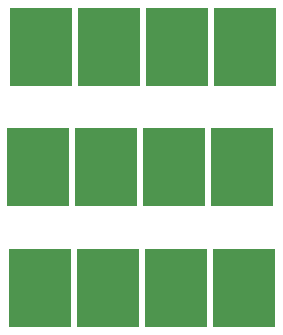
<source format=gm1>
G04*
G04 #@! TF.GenerationSoftware,Altium Limited,Altium Designer,23.1.1 (15)*
G04*
G04 Layer_Color=16711935*
%FSLAX44Y44*%
%MOMM*%
G71*
G04*
G04 #@! TF.SameCoordinates,8BC828A1-C8E0-4588-AEB6-AA5E87443106*
G04*
G04*
G04 #@! TF.FilePolarity,Positive*
G04*
G01*
G75*
%ADD161R,5.2800X6.5900*%
D161*
X43210Y567060D02*
D03*
X216310D02*
D03*
X158472D02*
D03*
X101186D02*
D03*
X41800Y669930D02*
D03*
X214900D02*
D03*
X157062D02*
D03*
X99776D02*
D03*
X44340Y771530D02*
D03*
X217440D02*
D03*
X159602D02*
D03*
X102316D02*
D03*
M02*

</source>
